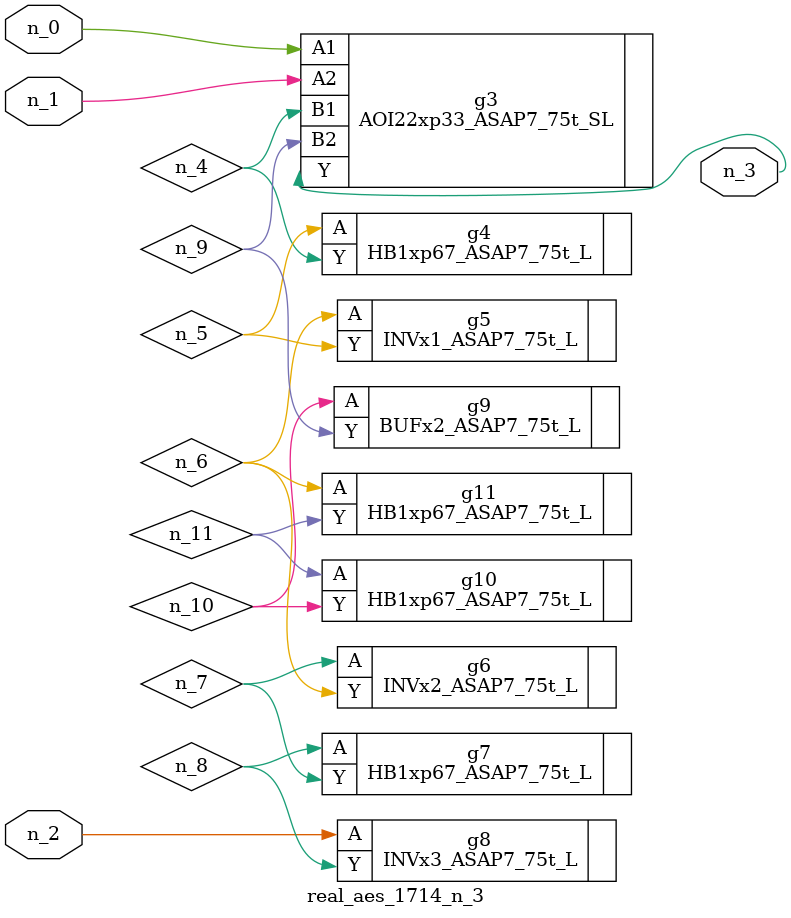
<source format=v>
module real_aes_1714_n_3 (n_0, n_2, n_1, n_3);
input n_0;
input n_2;
input n_1;
output n_3;
wire n_4;
wire n_5;
wire n_7;
wire n_9;
wire n_6;
wire n_8;
wire n_10;
wire n_11;
AOI22xp33_ASAP7_75t_SL g3 ( .A1(n_0), .A2(n_1), .B1(n_4), .B2(n_9), .Y(n_3) );
INVx3_ASAP7_75t_L g8 ( .A(n_2), .Y(n_8) );
HB1xp67_ASAP7_75t_L g4 ( .A(n_5), .Y(n_4) );
INVx1_ASAP7_75t_L g5 ( .A(n_6), .Y(n_5) );
HB1xp67_ASAP7_75t_L g11 ( .A(n_6), .Y(n_11) );
INVx2_ASAP7_75t_L g6 ( .A(n_7), .Y(n_6) );
HB1xp67_ASAP7_75t_L g7 ( .A(n_8), .Y(n_7) );
BUFx2_ASAP7_75t_L g9 ( .A(n_10), .Y(n_9) );
HB1xp67_ASAP7_75t_L g10 ( .A(n_11), .Y(n_10) );
endmodule
</source>
